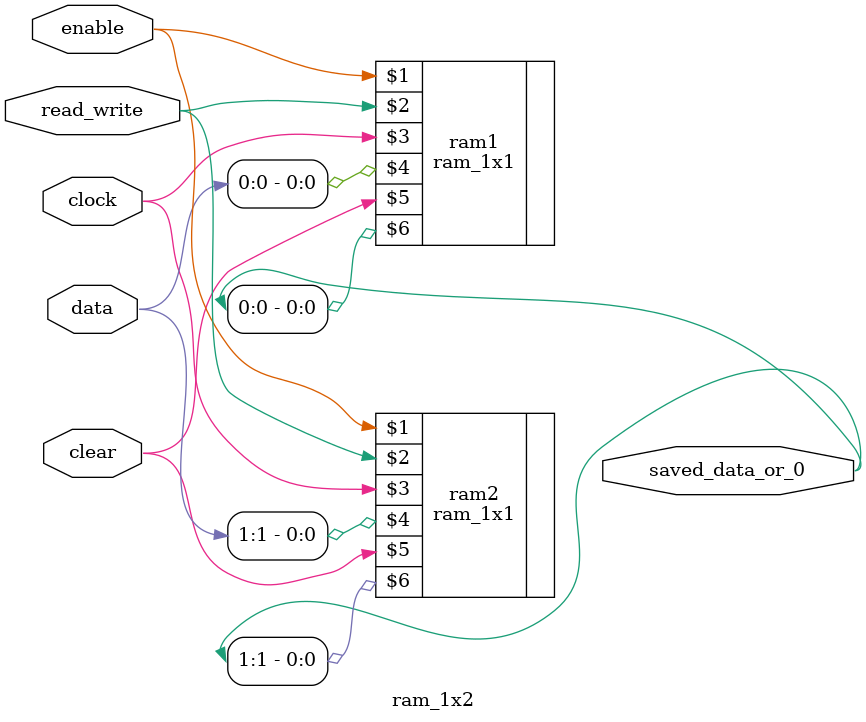
<source format=v>

`ifndef RAM_1X2_V
`define RAM_1X2_V

`include "RAM_1x1.v"

module ram_1x2 (input enable, input read_write, input clock, input [1:0] data, input clear, output [1:0] saved_data_or_0);

    ram_1x1 ram1(enable, read_write, clock, data[0], clear, saved_data_or_0[0]);
    ram_1x1 ram2(enable, read_write, clock, data[1], clear, saved_data_or_0[1]);

endmodule

`endif
</source>
